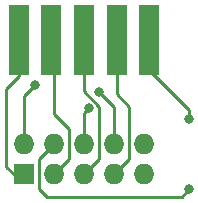
<source format=gtl>
G04 #@! TF.GenerationSoftware,KiCad,Pcbnew,(5.1.8)-1*
G04 #@! TF.CreationDate,2021-03-27T21:37:08+01:00*
G04 #@! TF.ProjectId,MSX,4d53582e-6b69-4636-9164-5f7063625858,rev?*
G04 #@! TF.SameCoordinates,Original*
G04 #@! TF.FileFunction,Copper,L1,Top*
G04 #@! TF.FilePolarity,Positive*
%FSLAX46Y46*%
G04 Gerber Fmt 4.6, Leading zero omitted, Abs format (unit mm)*
G04 Created by KiCad (PCBNEW (5.1.8)-1) date 2021-03-27 21:37:08*
%MOMM*%
%LPD*%
G01*
G04 APERTURE LIST*
G04 #@! TA.AperFunction,SMDPad,CuDef*
%ADD10R,1.700000X6.000000*%
G04 #@! TD*
G04 #@! TA.AperFunction,ComponentPad*
%ADD11O,1.727200X1.727200*%
G04 #@! TD*
G04 #@! TA.AperFunction,ComponentPad*
%ADD12R,1.727200X1.727200*%
G04 #@! TD*
G04 #@! TA.AperFunction,ViaPad*
%ADD13C,0.800000*%
G04 #@! TD*
G04 #@! TA.AperFunction,Conductor*
%ADD14C,0.250000*%
G04 #@! TD*
G04 APERTURE END LIST*
D10*
X136684500Y-78168500D03*
X139454500Y-78168500D03*
X142224500Y-78168500D03*
X144994500Y-78168500D03*
X147764500Y-78168500D03*
D11*
X147320000Y-86995000D03*
X144780000Y-86995000D03*
X142240000Y-86995000D03*
X139700000Y-86995000D03*
X137160000Y-86995000D03*
X147320000Y-89535000D03*
X144780000Y-89535000D03*
X142240000Y-89535000D03*
X139700000Y-89535000D03*
D12*
X137160000Y-89535000D03*
D13*
X142634847Y-83970153D03*
X143510000Y-82550000D03*
X151130000Y-84835990D03*
X138074400Y-81991200D03*
X151130000Y-90805000D03*
D14*
X142240000Y-84365000D02*
X142634847Y-83970153D01*
X142240000Y-86995000D02*
X142240000Y-84365000D01*
X136271000Y-89535000D02*
X135636000Y-88900000D01*
X137160000Y-89535000D02*
X136271000Y-89535000D01*
X136684500Y-81247500D02*
X135636000Y-82296000D01*
X136684500Y-78168500D02*
X136684500Y-81247500D01*
X135636000Y-88900000D02*
X135636000Y-82296000D01*
X140970000Y-88265000D02*
X139700000Y-89535000D01*
X140970000Y-85725000D02*
X140970000Y-88265000D01*
X139700000Y-84455000D02*
X140970000Y-85725000D01*
X139700000Y-78414000D02*
X139700000Y-84455000D01*
X139454500Y-78168500D02*
X139700000Y-78414000D01*
X143510000Y-88265000D02*
X142240000Y-89535000D01*
X143510000Y-83820000D02*
X143510000Y-88265000D01*
X142224500Y-82534500D02*
X143510000Y-83820000D01*
X142224500Y-78168500D02*
X142224500Y-82534500D01*
X146050000Y-83820000D02*
X144994500Y-82764500D01*
X144994500Y-82764500D02*
X144994500Y-78168500D01*
X146050000Y-88265000D02*
X146050000Y-83820000D01*
X144780000Y-89535000D02*
X146050000Y-88265000D01*
X144780000Y-83820000D02*
X143510000Y-82550000D01*
X144780000Y-86995000D02*
X144780000Y-83820000D01*
X151130000Y-84074000D02*
X151130000Y-84835990D01*
X147764500Y-80708500D02*
X151130000Y-84074000D01*
X147764500Y-78168500D02*
X147764500Y-80708500D01*
X137160000Y-82905600D02*
X138074400Y-81991200D01*
X137160000Y-86995000D02*
X137160000Y-82905600D01*
X139700000Y-86995000D02*
X138430000Y-88265000D01*
X138430000Y-88265000D02*
X138430000Y-90805000D01*
X138430000Y-90805000D02*
X139065000Y-91440000D01*
X139065000Y-91440000D02*
X150495000Y-91440000D01*
X150495000Y-91440000D02*
X151130000Y-90805000D01*
M02*

</source>
